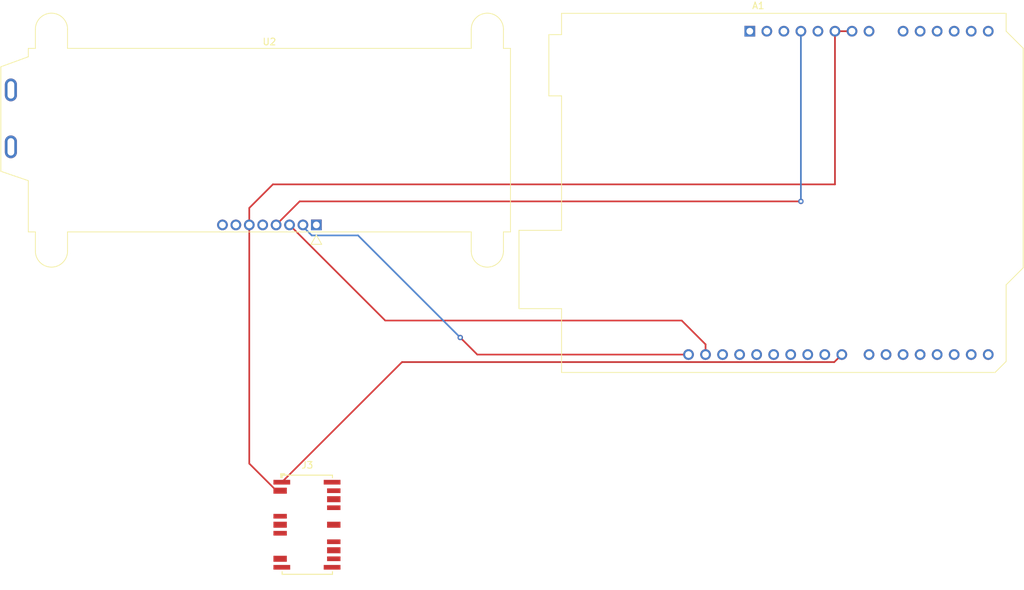
<source format=kicad_pcb>
(kicad_pcb (version 20211014) (generator pcbnew)
  (layers (0 "F.Cu" signal) (31 "B.Cu" signal) (34 "B.Paste" user) (35 "F.Paste" user) (36 "B.SilkS" user "B.Silkscreen") (37 "F.SilkS" user "F.Silkscreen") (38 "B.Mask" user) (39 "F.Mask" user) (44 "Edge.Cuts" user))
  (net 0 "")
  (net 4 "Net-(A1-Pad4)")
  (net 5 "Net-(A1-Pad5)")
  (net 6 "Net-(A1-Pad6)")
  (net 7 "+5V")
  (net 8 "Net-(A1-Pad9)")
  (net 9 "Net-(A1-Pad10)")
  (net 10 "Net-(A1-Pad11)")
  (net 16 "Net-(A1-Pad17)")
  (net 17 "Net-(A1-Pad18)")
  (net 22 "Net-(A1-Pad23)")
  (net 28 "Net-(A1-Pad29)")
  (net 30 "Net-(A1-Pad31)")
  (net 31 "Net-(A1-Pad32)")
  (net 32 "Net-(J2-Pad2)")
  (footprint "Display:NHD-C0220BiZ" (layer "F.Cu") (at 154.42 40.95)
    (fp_text reference "U2" (at 0 -11.43) (layer "F.SilkS"))
    (fp_text value "I2C 2X16 LCD")
    (fp_line (start -35.95 9.3) (end -35.95 16.95) (layer "F.SilkS") (width 0.12))
    (fp_line (start -34.9 -13.3) (end -34.9 -10.45) (layer "F.SilkS") (width 0.12))
    (fp_line (start -35.95 16.95) (end -34.9 16.95) (layer "F.SilkS") (width 0.12))
    (fp_line (start 7 17.4) (end 7.8 18.8) (layer "F.SilkS") (width 0.12))
    (fp_line (start 34.9 19.8) (end 34.9 16.95) (layer "F.SilkS") (width 0.12))
    (fp_line (start 34.9 16.95) (end 35.95 16.95) (layer "F.SilkS") (width 0.12))
    (fp_line (start 35.95 -10.45) (end 34.9 -10.45) (layer "F.SilkS") (width 0.12))
    (fp_line (start 35.95 16.95) (end 35.95 -10.45) (layer "F.SilkS") (width 0.12))
    (fp_line (start -30.1 16.95) (end 30.1 16.95) (layer "F.SilkS") (width 0.12))
    (fp_line (start -34.9 16.95) (end -34.9 19.8) (layer "F.SilkS") (width 0.12))
    (fp_line (start -40.05 7.9) (end -35.95 9.3) (layer "F.SilkS") (width 0.12))
    (fp_line (start 34.9 -10.45) (end 34.9 -13.3) (layer "F.SilkS") (width 0.12))
    (fp_line (start 6.2 18.8) (end 7 17.4) (layer "F.SilkS") (width 0.12))
    (fp_line (start -35.95 -9.2) (end -40.05 -7.7) (layer "F.SilkS") (width 0.12))
    (fp_line (start 30.1 -10.45) (end -30.1 -10.45) (layer "F.SilkS") (width 0.12))
    (fp_line (start 30.1 -13.3) (end 30.1 -10.45) (layer "F.SilkS") (width 0.12))
    (fp_line (start 30.1 16.95) (end 30.1 19.8) (layer "F.SilkS") (width 0.12))
    (fp_line (start -30.1 19.8) (end -30.1 16.95) (layer "F.SilkS") (width 0.12))
    (fp_line (start 6.2 18.8) (end 7.8 18.8) (layer "F.SilkS") (width 0.12))
    (fp_line (start -35.95 -10.45) (end -35.95 -9.2) (layer "F.SilkS") (width 0.12))
    (fp_line (start -30.1 -10.45) (end -30.1 -13.3) (layer "F.SilkS") (width 0.12))
    (fp_line (start -34.9 -10.45) (end -35.95 -10.45) (layer "F.SilkS") (width 0.12))
    (fp_line (start -40.05 -7.7) (end -40.05 7.9) (layer "F.SilkS") (width 0.12))
    (fp_arc (start 30.1 -13.3) (mid 32.5 -15.7) (end 34.9 -13.3) (layer "F.SilkS") (width 0.12))
    (fp_arc (start -34.9 -13.3) (mid -32.5 -15.7) (end -30.1 -13.3) (layer "F.SilkS") (width 0.12))
    (fp_arc (start -30.1 19.8) (mid -32.5 22.2) (end -34.9 19.8) (layer "F.SilkS") (width 0.12))
    (fp_arc (start 34.9 19.8) (mid 32.5 22.2) (end 30.1 19.8) (layer "F.SilkS") (width 0.12))
    (pad "" np_thru_hole circle (at -32.5 -13.3) (size 2.5 2.5) (drill 2.5) (layers *.Cu *.Mask))
    (pad "" np_thru_hole circle (at 32.5 -13.3) (size 2.5 2.5) (drill 2.5) (layers *.Cu *.Mask))
    (pad "" np_thru_hole circle (at -32.5 19.8) (size 2.5 2.5) (drill 2.5) (layers *.Cu *.Mask))
    (pad "" np_thru_hole circle (at 32.5 19.8) (size 2.5 2.5) (drill 2.5) (layers *.Cu *.Mask))
    (pad "1" thru_hole rect (at 7 15.9) (size 1.6 1.6) (drill 1) (layers *.Cu *.Mask))
    (pad "2" thru_hole circle (at 5 15.9) (size 1.6 1.6) (drill 1) (layers *.Cu *.Mask) (net 31 "Net-(A1-Pad32)"))
    (pad "3" thru_hole circle (at 3 15.9) (size 1.6 1.6) (drill 1) (layers *.Cu *.Mask) (net 30 "Net-(A1-Pad31)"))
    (pad "4" thru_hole circle (at 1 15.9) (size 1.6 1.6) (drill 1) (layers *.Cu *.Mask) (net 4 "Net-(A1-Pad4)"))
    (pad "5" thru_hole circle (at -1 15.9) (size 1.6 1.6) (drill 1) (layers *.Cu *.Mask))
    (pad "6" thru_hole circle (at -3 15.9) (size 1.6 1.6) (drill 1) (layers *.Cu *.Mask) (net 6 "Net-(A1-Pad6)"))
    (pad "7" thru_hole circle (at -5 15.9) (size 1.6 1.6) (drill 1) (layers *.Cu *.Mask))
    (pad "8" thru_hole circle (at -7 15.9) (size 1.6 1.6) (drill 1) (layers *.Cu *.Mask))
    (pad "9" thru_hole oval (at -38.55 4.25) (size 1.8 3.4) (drill oval 1 2.6) (layers *.Cu *.Mask))
    (pad "10" thru_hole oval (at -38.55 -4.25) (size 1.8 3.4) (drill oval 1 2.6) (layers *.Cu *.Mask))
  )
  (footprint "Module:Arduino_UNO_R3" (layer "F.Cu") (at 226.06 27.94)
    (fp_text reference "A1" (at 1.27 -3.81 180) (layer "F.SilkS"))
    (fp_text value "Arduino_UNO_R3")
    (fp_line (start -34.42 41.4) (end -28.07 41.4) (layer "F.SilkS") (width 0.12))
    (fp_line (start 40.77 2.54) (end 38.23 0) (layer "F.SilkS") (width 0.12))
    (fp_line (start -28.07 50.93) (end 36.58 50.93) (layer "F.SilkS") (width 0.12))
    (fp_line (start -28.07 29.72) (end -34.42 29.72) (layer "F.SilkS") (width 0.12))
    (fp_line (start -28.07 41.4) (end -28.07 50.93) (layer "F.SilkS") (width 0.12))
    (fp_line (start 38.23 49.28) (end 38.23 37.85) (layer "F.SilkS") (width 0.12))
    (fp_line (start 40.77 35.31) (end 40.77 2.54) (layer "F.SilkS") (width 0.12))
    (fp_line (start -28.07 -2.67) (end -28.07 0.51) (layer "F.SilkS") (width 0.12))
    (fp_line (start -29.97 0.51) (end -29.97 9.65) (layer "F.SilkS") (width 0.12))
    (fp_line (start -28.07 9.65) (end -28.07 29.72) (layer "F.SilkS") (width 0.12))
    (fp_line (start 38.23 -2.67) (end -28.07 -2.67) (layer "F.SilkS") (width 0.12))
    (fp_line (start 38.23 0) (end 38.23 -2.67) (layer "F.SilkS") (width 0.12))
    (fp_line (start -29.97 9.65) (end -28.07 9.65) (layer "F.SilkS") (width 0.12))
    (fp_line (start -34.42 29.72) (end -34.42 41.4) (layer "F.SilkS") (width 0.12))
    (fp_line (start 38.23 37.85) (end 40.77 35.31) (layer "F.SilkS") (width 0.12))
    (fp_line (start -28.07 0.51) (end -29.97 0.51) (layer "F.SilkS") (width 0.12))
    (fp_line (start 36.58 50.93) (end 38.23 49.28) (layer "F.SilkS") (width 0.12))
    (pad "1" thru_hole rect (at 0 0 90) (size 1.6 1.6) (drill 1) (layers *.Cu *.Mask))
    (pad "2" thru_hole oval (at 2.54 0 90) (size 1.6 1.6) (drill 1) (layers *.Cu *.Mask))
    (pad "3" thru_hole oval (at 5.08 0 90) (size 1.6 1.6) (drill 1) (layers *.Cu *.Mask))
    (pad "4" thru_hole oval (at 7.62 0 90) (size 1.6 1.6) (drill 1) (layers *.Cu *.Mask) (net 4 "Net-(A1-Pad4)"))
    (pad "5" thru_hole oval (at 10.16 0 90) (size 1.6 1.6) (drill 1) (layers *.Cu *.Mask) (net 5 "Net-(A1-Pad5)"))
    (pad "6" thru_hole oval (at 12.7 0 90) (size 1.6 1.6) (drill 1) (layers *.Cu *.Mask) (net 6 "Net-(A1-Pad6)"))
    (pad "7" thru_hole oval (at 15.24 0 90) (size 1.6 1.6) (drill 1) (layers *.Cu *.Mask) (net 6 "Net-(A1-Pad6)"))
    (pad "8" thru_hole oval (at 17.78 0 90) (size 1.6 1.6) (drill 1) (layers *.Cu *.Mask) (net 7 "+5V"))
    (pad "9" thru_hole oval (at 22.86 0 90) (size 1.6 1.6) (drill 1) (layers *.Cu *.Mask) (net 8 "Net-(A1-Pad9)"))
    (pad "10" thru_hole oval (at 25.4 0 90) (size 1.6 1.6) (drill 1) (layers *.Cu *.Mask) (net 9 "Net-(A1-Pad10)"))
    (pad "11" thru_hole oval (at 27.94 0 90) (size 1.6 1.6) (drill 1) (layers *.Cu *.Mask) (net 10 "Net-(A1-Pad11)"))
    (pad "12" thru_hole oval (at 30.48 0 90) (size 1.6 1.6) (drill 1) (layers *.Cu *.Mask))
    (pad "13" thru_hole oval (at 33.02 0 90) (size 1.6 1.6) (drill 1) (layers *.Cu *.Mask))
    (pad "14" thru_hole oval (at 35.56 0 90) (size 1.6 1.6) (drill 1) (layers *.Cu *.Mask))
    (pad "15" thru_hole oval (at 35.56 48.26 90) (size 1.6 1.6) (drill 1) (layers *.Cu *.Mask))
    (pad "16" thru_hole oval (at 33.02 48.26 90) (size 1.6 1.6) (drill 1) (layers *.Cu *.Mask))
    (pad "17" thru_hole oval (at 30.48 48.26 90) (size 1.6 1.6) (drill 1) (layers *.Cu *.Mask) (net 16 "Net-(A1-Pad17)"))
    (pad "18" thru_hole oval (at 27.94 48.26 90) (size 1.6 1.6) (drill 1) (layers *.Cu *.Mask) (net 17 "Net-(A1-Pad18)"))
    (pad "19" thru_hole oval (at 25.4 48.26 90) (size 1.6 1.6) (drill 1) (layers *.Cu *.Mask))
    (pad "20" thru_hole oval (at 22.86 48.26 90) (size 1.6 1.6) (drill 1) (layers *.Cu *.Mask))
    (pad "21" thru_hole oval (at 20.32 48.26 90) (size 1.6 1.6) (drill 1) (layers *.Cu *.Mask))
    (pad "22" thru_hole oval (at 17.78 48.26 90) (size 1.6 1.6) (drill 1) (layers *.Cu *.Mask))
    (pad "23" thru_hole oval (at 13.72 48.26 90) (size 1.6 1.6) (drill 1) (layers *.Cu *.Mask) (net 22 "Net-(A1-Pad23)"))
    (pad "24" thru_hole oval (at 11.18 48.26 90) (size 1.6 1.6) (drill 1) (layers *.Cu *.Mask))
    (pad "25" thru_hole oval (at 8.64 48.26 90) (size 1.6 1.6) (drill 1) (layers *.Cu *.Mask))
    (pad "26" thru_hole oval (at 6.1 48.26 90) (size 1.6 1.6) (drill 1) (layers *.Cu *.Mask))
    (pad "27" thru_hole oval (at 3.56 48.26 90) (size 1.6 1.6) (drill 1) (layers *.Cu *.Mask))
    (pad "28" thru_hole oval (at 1.02 48.26 90) (size 1.6 1.6) (drill 1) (layers *.Cu *.Mask))
    (pad "29" thru_hole oval (at -1.52 48.26 90) (size 1.6 1.6) (drill 1) (layers *.Cu *.Mask) (net 28 "Net-(A1-Pad29)"))
    (pad "30" thru_hole oval (at -4.06 48.26 90) (size 1.6 1.6) (drill 1) (layers *.Cu *.Mask))
    (pad "31" thru_hole oval (at -6.6 48.26 90) (size 1.6 1.6) (drill 1) (layers *.Cu *.Mask) (net 30 "Net-(A1-Pad31)"))
    (pad "32" thru_hole oval (at -9.14 48.26 90) (size 1.6 1.6) (drill 1) (layers *.Cu *.Mask) (net 31 "Net-(A1-Pad32)"))
  )
  (footprint "Relay_SMD:Relay_SPDT_AXICOM_HF3Series_50ohms_Pitch1.27mm" (layer "F.Cu") (at 160.02 101.6)
    (fp_text reference "J3" (at 0.06 -8.89) (layer "F.SilkS"))
    (fp_text value "12V Relay")
    (fp_line (start 3.8 7.1) (end 3.8 7.4) (layer "F.SilkS") (width 0.15))
    (fp_line (start 3.8 -7.4) (end -3.7 -7.4) (layer "F.SilkS") (width 0.15))
    (fp_line (start -3.4 -7.6) (end -3.3 -7.6) (layer "F.SilkS") (width 0.15))
    (fp_line (start -3.9 -7.6) (end -3.4 -7.6) (layer "F.SilkS") (width 0.15))
    (fp_line (start -3.7 7.4) (end -3.7 7) (layer "F.SilkS") (width 0.15))
    (fp_line (start -3.7 -7.4) (end -3.7 -7) (layer "F.SilkS") (width 0.15))
    (fp_line (start -3.9 -7) (end -3.9 -7.6) (layer "F.SilkS") (width 0.15))
    (fp_line (start 3.8 7.4) (end -3.7 7.4) (layer "F.SilkS") (width 0.15))
    (fp_line (start 3.8 -7) (end 3.8 -7.4) (layer "F.SilkS") (width 0.15))
    (fp_line (start 3.8 7.1) (end 3.8 7) (layer "F.SilkS") (width 0.15))
    (pad "1" smd rect (at -3.75 -6.35) (size 2.5 0.7) (layers "F.Cu" "F.Paste" "F.Mask") (net 22 "Net-(A1-Pad23)"))
    (pad "2" smd rect (at -4 -5.08) (size 2 0.9) (layers "F.Cu" "F.Paste" "F.Mask") (net 6 "Net-(A1-Pad6)"))
    (pad "5" smd rect (at -4 -1.27) (size 2 0.7) (layers "F.Cu" "F.Paste" "F.Mask") (net 32 "Net-(J2-Pad2)"))
    (pad "6" smd rect (at -4 0) (size 2 0.9) (layers "F.Cu" "F.Paste" "F.Mask"))
    (pad "7" smd rect (at -4 1.27) (size 2 0.7) (layers "F.Cu" "F.Paste" "F.Mask"))
    (pad "10" smd rect (at -4 5.08) (size 2 0.9) (layers "F.Cu" "F.Paste" "F.Mask"))
    (pad "11" smd rect (at -3.75 6.35) (size 2.5 0.7) (layers "F.Cu" "F.Paste" "F.Mask"))
    (pad "12" smd rect (at 3.75 6.35) (size 2.5 0.7) (layers "F.Cu" "F.Paste" "F.Mask"))
    (pad "13" smd rect (at 4 5.08) (size 2 0.7) (layers "F.Cu" "F.Paste" "F.Mask"))
    (pad "14" smd rect (at 4 3.81) (size 2 0.9) (layers "F.Cu" "F.Paste" "F.Mask"))
    (pad "15" smd rect (at 4 2.54) (size 2 0.7) (layers "F.Cu" "F.Paste" "F.Mask"))
    (pad "17" smd rect (at 4 0) (size 2 0.9) (layers "F.Cu" "F.Paste" "F.Mask"))
    (pad "19" smd rect (at 4 -2.54) (size 2 0.7) (layers "F.Cu" "F.Paste" "F.Mask"))
    (pad "20" smd rect (at 4 -3.81) (size 2 0.9) (layers "F.Cu" "F.Paste" "F.Mask"))
    (pad "21" smd rect (at 4 -5.08) (size 2 0.7) (layers "F.Cu" "F.Paste" "F.Mask"))
    (pad "22" smd rect (at 3.75 -6.35) (size 2.5 0.7) (layers "F.Cu" "F.Paste" "F.Mask"))
  )
  (segment (start 155.42 56.85) (end 158.93 53.34) (width 0.25) (layer "F.Cu") (net 4))
  (segment (start 158.93 53.34) (end 233.68 53.34) (width 0.25) (layer "F.Cu") (net 4))
  (via (at 233.68 53.34) (size 0.8) (drill 0.4) (layers "F.Cu" "B.Cu") (net 4))
  (segment (start 233.68 53.34) (end 233.68 27.94) (width 0.25) (layer "B.Cu") (net 4))
  (segment (start 151.42 54.32) (end 154.94 50.8) (width 0.25) (layer "F.Cu") (net 6))
  (segment (start 156.02 96.52) (end 155.47 96.52) (width 0.25) (layer "F.Cu") (net 6))
  (segment (start 155.47 96.52) (end 151.42 92.47) (width 0.25) (layer "F.Cu") (net 6))
  (segment (start 154.94 50.8) (end 238.76 50.8) (width 0.25) (layer "F.Cu") (net 6))
  (segment (start 151.42 56.85) (end 151.42 54.32) (width 0.25) (layer "F.Cu") (net 6))
  (segment (start 238.76 50.8) (end 238.76 27.94) (width 0.25) (layer "F.Cu") (net 6))
  (segment (start 238.76 27.94) (end 241.3 27.94) (width 0.25) (layer "F.Cu") (net 6))
  (segment (start 151.42 92.47) (end 151.42 56.85) (width 0.25) (layer "F.Cu") (net 6))
  (segment (start 156.27 95.25) (end 174.195 77.325) (width 0.25) (layer "F.Cu") (net 22))
  (segment (start 238.655 77.325) (end 239.78 76.2) (width 0.25) (layer "F.Cu") (net 22))
  (segment (start 174.195 77.325) (end 238.655 77.325) (width 0.25) (layer "F.Cu") (net 22))
  (segment (start 219.46 74.68) (end 215.9 71.12) (width 0.25) (layer "F.Cu") (net 30))
  (segment (start 215.9 71.12) (end 171.69 71.12) (width 0.25) (layer "F.Cu") (net 30))
  (segment (start 219.46 76.2) (end 219.46 74.68) (width 0.25) (layer "F.Cu") (net 30))
  (segment (start 171.69 71.12) (end 157.42 56.85) (width 0.25) (layer "F.Cu") (net 30))
  (segment (start 185.42 76.2) (end 182.88 73.66) (width 0.25) (layer "F.Cu") (net 31))
  (segment (start 216.92 76.2) (end 185.42 76.2) (width 0.25) (layer "F.Cu") (net 31))
  (via (at 182.88 73.66) (size 0.8) (drill 0.4) (layers "F.Cu" "B.Cu") (net 31))
  (segment (start 159.42 57.1) (end 159.42 56.85) (width 0.25) (layer "B.Cu") (net 31))
  (segment (start 167.64 58.42) (end 160.74 58.42) (width 0.25) (layer "B.Cu") (net 31))
  (segment (start 160.74 58.42) (end 159.42 57.1) (width 0.25) (layer "B.Cu") (net 31))
  (segment (start 182.88 73.66) (end 167.64 58.42) (width 0.25) (layer "B.Cu") (net 31))
)
</source>
